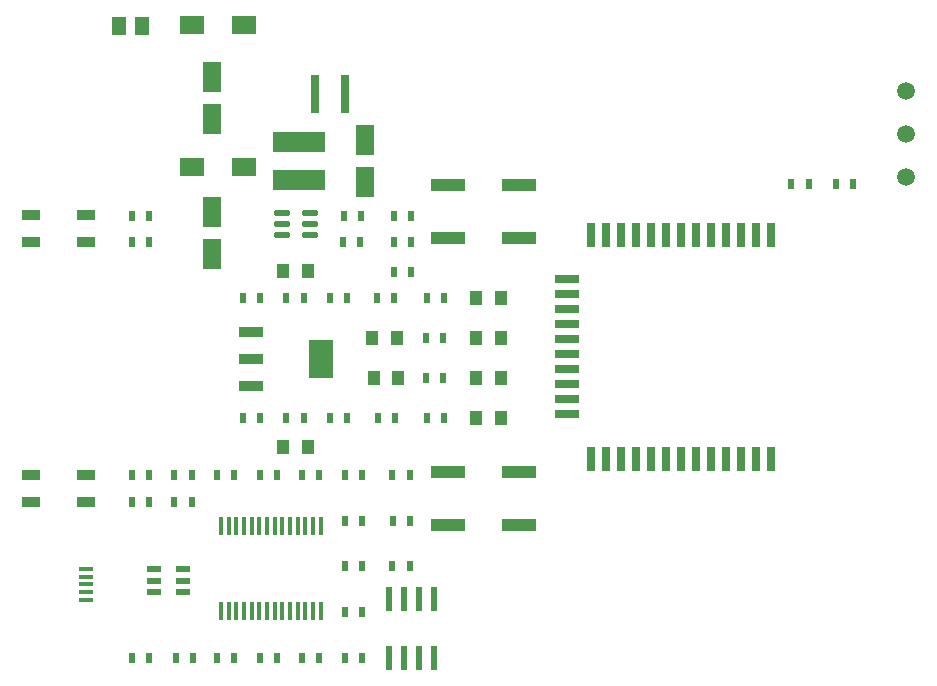
<source format=gbr>
%TF.GenerationSoftware,Altium Limited,Altium Designer,24.9.1 (31)*%
G04 Layer_Color=8421504*
%FSLAX45Y45*%
%MOMM*%
%TF.SameCoordinates,87F55232-172A-40C5-9850-FF0673041AA3*%
%TF.FilePolarity,Positive*%
%TF.FileFunction,Paste,Top*%
%TF.Part,Single*%
G01*
G75*
%TA.AperFunction,SMDPad,CuDef*%
%ADD10R,1.50000X0.90000*%
%ADD11R,0.80000X2.10000*%
%ADD12R,2.10000X0.80000*%
%TA.AperFunction,ConnectorPad*%
%ADD13R,0.65000X3.30000*%
%ADD14R,0.70000X3.30000*%
%TA.AperFunction,SMDPad,CuDef*%
%ADD15R,0.40000X1.50000*%
%ADD16R,4.50000X1.75000*%
%ADD17R,1.10000X1.20000*%
%ADD18R,0.55000X0.90000*%
%ADD19C,1.50000*%
%ADD20R,3.00000X1.00000*%
G04:AMPARAMS|DCode=21|XSize=1.21mm|YSize=0.59mm|CornerRadius=0.07375mm|HoleSize=0mm|Usage=FLASHONLY|Rotation=0.000|XOffset=0mm|YOffset=0mm|HoleType=Round|Shape=RoundedRectangle|*
%AMROUNDEDRECTD21*
21,1,1.21000,0.44250,0,0,0.0*
21,1,1.06250,0.59000,0,0,0.0*
1,1,0.14750,0.53125,-0.22125*
1,1,0.14750,-0.53125,-0.22125*
1,1,0.14750,-0.53125,0.22125*
1,1,0.14750,0.53125,0.22125*
%
%ADD21ROUNDEDRECTD21*%
%ADD22R,1.30000X0.45000*%
G04:AMPARAMS|DCode=23|XSize=1.97mm|YSize=0.59mm|CornerRadius=0.07375mm|HoleSize=0mm|Usage=FLASHONLY|Rotation=270.000|XOffset=0mm|YOffset=0mm|HoleType=Round|Shape=RoundedRectangle|*
%AMROUNDEDRECTD23*
21,1,1.97000,0.44250,0,0,270.0*
21,1,1.82250,0.59000,0,0,270.0*
1,1,0.14750,-0.22125,-0.91125*
1,1,0.14750,-0.22125,0.91125*
1,1,0.14750,0.22125,0.91125*
1,1,0.14750,0.22125,-0.91125*
%
%ADD23ROUNDEDRECTD23*%
%ADD24R,2.15000X0.90000*%
%ADD25R,2.15000X3.25000*%
%ADD26R,1.60000X2.60000*%
%ADD27R,2.10000X1.55000*%
%ADD28R,1.30000X1.50000*%
G04:AMPARAMS|DCode=29|XSize=1.37mm|YSize=0.59mm|CornerRadius=0.1475mm|HoleSize=0mm|Usage=FLASHONLY|Rotation=0.000|XOffset=0mm|YOffset=0mm|HoleType=Round|Shape=RoundedRectangle|*
%AMROUNDEDRECTD29*
21,1,1.37000,0.29500,0,0,0.0*
21,1,1.07500,0.59000,0,0,0.0*
1,1,0.29500,0.53750,-0.14750*
1,1,0.29500,-0.53750,-0.14750*
1,1,0.29500,-0.53750,0.14750*
1,1,0.29500,0.53750,0.14750*
%
%ADD29ROUNDEDRECTD29*%
D10*
X630000Y3887500D02*
D03*
X170000D02*
D03*
Y4112500D02*
D03*
X630000D02*
D03*
Y1687500D02*
D03*
X170000D02*
D03*
Y1912500D02*
D03*
X630000D02*
D03*
D11*
X6179820Y2048500D02*
D03*
X5798820D02*
D03*
X5671820D02*
D03*
X5544820D02*
D03*
X5417820D02*
D03*
X5290820D02*
D03*
X6306820D02*
D03*
X6433820D02*
D03*
X5925820D02*
D03*
X6052820D02*
D03*
X6433820Y3951500D02*
D03*
X6306820D02*
D03*
X6179820D02*
D03*
X6052820D02*
D03*
X5925820D02*
D03*
X5798820D02*
D03*
X5671820D02*
D03*
X5544820D02*
D03*
X5417820D02*
D03*
X5290820D02*
D03*
X5163820Y2048500D02*
D03*
Y3951500D02*
D03*
X5036820Y2048500D02*
D03*
Y3951500D02*
D03*
X4909820Y2048500D02*
D03*
Y3951500D02*
D03*
D12*
X4709820Y2428500D02*
D03*
Y2555500D02*
D03*
Y2682500D02*
D03*
Y2809500D02*
D03*
Y2936500D02*
D03*
Y3190500D02*
D03*
Y3317500D02*
D03*
Y3444500D02*
D03*
Y3063500D02*
D03*
Y3571500D02*
D03*
D13*
X2575000Y5140000D02*
D03*
D14*
X2825000D02*
D03*
D15*
X2622500Y1487500D02*
D03*
X2557500D02*
D03*
X2492500D02*
D03*
X2427500D02*
D03*
X2362500D02*
D03*
X2297500D02*
D03*
X2232500D02*
D03*
X2167500D02*
D03*
X2102500D02*
D03*
X2037500D02*
D03*
X1972500D02*
D03*
X1907500D02*
D03*
X1842500D02*
D03*
X1777500D02*
D03*
Y762500D02*
D03*
X1842500D02*
D03*
X1907500D02*
D03*
X1972500D02*
D03*
X2037500D02*
D03*
X2102500D02*
D03*
X2167500D02*
D03*
X2232500D02*
D03*
X2297500D02*
D03*
X2362500D02*
D03*
X2427500D02*
D03*
X2492500D02*
D03*
X2557500D02*
D03*
X2622500D02*
D03*
D16*
X2438400Y4734500D02*
D03*
Y4409500D02*
D03*
D17*
X3269460Y3073536D02*
D03*
X3059460D02*
D03*
X3933600Y2394510D02*
D03*
X4143600D02*
D03*
X3933600Y2734023D02*
D03*
X4143600D02*
D03*
X3933600Y3073536D02*
D03*
X4143600D02*
D03*
X3933600Y3413049D02*
D03*
X4143600D02*
D03*
X2303000Y3640000D02*
D03*
X2513000D02*
D03*
X2302920Y2156460D02*
D03*
X2512920D02*
D03*
X3069840Y2734023D02*
D03*
X3279840D02*
D03*
D18*
X2105900Y2395220D02*
D03*
X1960900D02*
D03*
X3384120Y3888210D02*
D03*
X3239120D02*
D03*
X3239660Y3632200D02*
D03*
X3384660D02*
D03*
X3239660Y4111790D02*
D03*
X3384660D02*
D03*
X2476445Y3413760D02*
D03*
X2331445D02*
D03*
X2105870D02*
D03*
X1960870D02*
D03*
X2609960Y1912620D02*
D03*
X2464960D02*
D03*
X3373960Y1142590D02*
D03*
X3228960D02*
D03*
X2825640Y755445D02*
D03*
X2970640D02*
D03*
X2825640Y1141170D02*
D03*
X2970640D02*
D03*
X1022240Y368300D02*
D03*
X1167240D02*
D03*
X2248740Y369720D02*
D03*
X2103740D02*
D03*
X1743600Y368300D02*
D03*
X1888600D02*
D03*
X1394240D02*
D03*
X1539240D02*
D03*
X2971180D02*
D03*
X2826180D02*
D03*
X2609960Y369720D02*
D03*
X2464960D02*
D03*
X2826180Y1525475D02*
D03*
X2971180D02*
D03*
X2970640Y1912620D02*
D03*
X2825640D02*
D03*
X3228960Y1912619D02*
D03*
X3373960D02*
D03*
X3374500Y1526185D02*
D03*
X3229500D02*
D03*
X1527920Y1686790D02*
D03*
X1382920D02*
D03*
X3243580Y3412340D02*
D03*
X3098580D02*
D03*
X3664060Y3413760D02*
D03*
X3519060D02*
D03*
X2847560Y3412340D02*
D03*
X2702560D02*
D03*
X3666600Y2393800D02*
D03*
X3521600D02*
D03*
X3653900Y2733313D02*
D03*
X3508900D02*
D03*
X3653900Y3072826D02*
D03*
X3508900D02*
D03*
X1527920Y1912620D02*
D03*
X1382920D02*
D03*
X2249280D02*
D03*
X2104280D02*
D03*
X1888600D02*
D03*
X1743600D02*
D03*
X6981080Y4376420D02*
D03*
X7126080D02*
D03*
X6751540D02*
D03*
X6606540D02*
D03*
X1167240Y1912620D02*
D03*
X1022240D02*
D03*
X1167240Y1686790D02*
D03*
X1022240D02*
D03*
X3253960Y2393800D02*
D03*
X3108960D02*
D03*
X2847560D02*
D03*
X2702560D02*
D03*
X2812940Y3888210D02*
D03*
X2957940D02*
D03*
X2960480Y4111790D02*
D03*
X2815480D02*
D03*
X1167240Y3886790D02*
D03*
X1022240D02*
D03*
X2331445Y2395220D02*
D03*
X2476445D02*
D03*
X1167240Y4111790D02*
D03*
X1022240D02*
D03*
D19*
X7579360Y4803140D02*
D03*
Y4434840D02*
D03*
Y5163820D02*
D03*
D20*
X4300000Y4370000D02*
D03*
Y3920000D02*
D03*
X3700000Y4370000D02*
D03*
Y3920000D02*
D03*
X4300000Y1943520D02*
D03*
Y1493520D02*
D03*
X3700000Y1943520D02*
D03*
Y1493520D02*
D03*
D21*
X1457960Y926080D02*
D03*
Y1116080D02*
D03*
X1206960D02*
D03*
Y1021080D02*
D03*
Y926080D02*
D03*
X1457960Y1021080D02*
D03*
D22*
X632900Y990600D02*
D03*
Y1055600D02*
D03*
Y1120600D02*
D03*
Y860600D02*
D03*
Y925600D02*
D03*
D23*
X3581400Y368300D02*
D03*
X3454400D02*
D03*
X3327400D02*
D03*
X3200400D02*
D03*
Y863300D02*
D03*
X3327400D02*
D03*
X3454400D02*
D03*
X3581400D02*
D03*
D24*
X2033640Y3129000D02*
D03*
Y2900000D02*
D03*
Y2671000D02*
D03*
D25*
X2619640Y2900000D02*
D03*
D26*
X2997200Y4752000D02*
D03*
Y4392000D02*
D03*
X1701800Y4925400D02*
D03*
Y5285400D02*
D03*
Y4142400D02*
D03*
Y3782400D02*
D03*
D27*
X1532600Y4521200D02*
D03*
X1972600D02*
D03*
Y5723830D02*
D03*
X1532600D02*
D03*
D28*
X1105920Y5720080D02*
D03*
X916940Y5720080D02*
D03*
D29*
X2296000Y4133600D02*
D03*
Y4038600D02*
D03*
Y3943600D02*
D03*
X2530000D02*
D03*
Y4038600D02*
D03*
Y4133600D02*
D03*
%TF.MD5,5391f32c752c8b89d76fc90fa475dbf8*%
M02*

</source>
